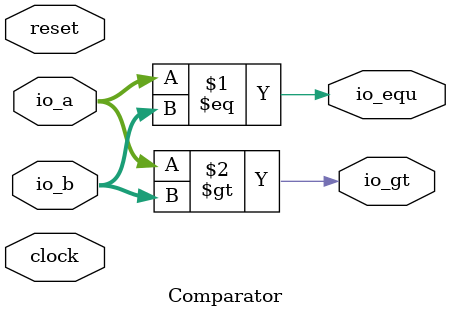
<source format=sv>
module Comparator(
  input        clock,
               reset,
  input  [3:0] io_a,
               io_b,
  output       io_equ,
               io_gt
);

  assign io_equ = io_a == io_b;
  assign io_gt = $signed(io_a) > $signed(io_b);
endmodule


</source>
